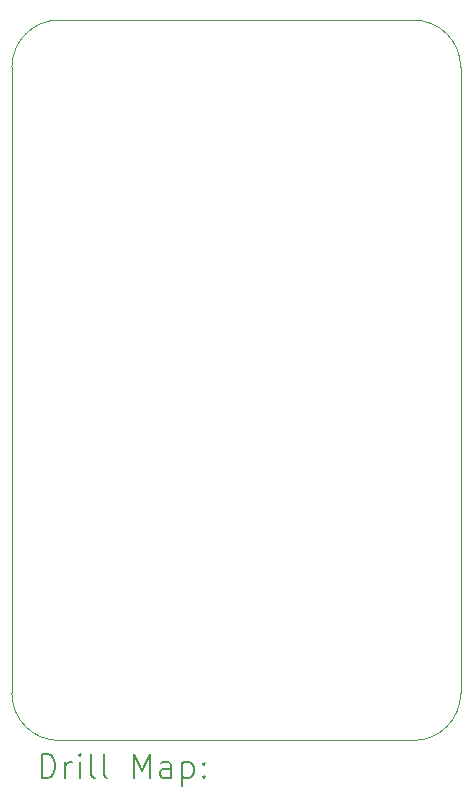
<source format=gbr>
%FSLAX45Y45*%
G04 Gerber Fmt 4.5, Leading zero omitted, Abs format (unit mm)*
G04 Created by KiCad (PCBNEW (6.0.5)) date 2025-06-10 19:54:22*
%MOMM*%
%LPD*%
G01*
G04 APERTURE LIST*
%TA.AperFunction,Profile*%
%ADD10C,0.100000*%
%TD*%
%ADD11C,0.200000*%
G04 APERTURE END LIST*
D10*
X13600000Y-6900000D02*
G75*
G03*
X13200000Y-7300000I0J-400000D01*
G01*
X16600000Y-13000000D02*
G75*
G03*
X17000000Y-12600000I0J400000D01*
G01*
X17000000Y-7300000D02*
X17000000Y-12600000D01*
X13200000Y-12600000D02*
X13200000Y-7300000D01*
X16600000Y-13000000D02*
X13600000Y-13000000D01*
X17000000Y-7300000D02*
G75*
G03*
X16600000Y-6900000I-400000J0D01*
G01*
X13600000Y-6900000D02*
X16600000Y-6900000D01*
X13200000Y-12600000D02*
G75*
G03*
X13600000Y-13000000I400000J0D01*
G01*
D11*
X13452619Y-13315476D02*
X13452619Y-13115476D01*
X13500238Y-13115476D01*
X13528809Y-13125000D01*
X13547857Y-13144048D01*
X13557381Y-13163095D01*
X13566905Y-13201190D01*
X13566905Y-13229762D01*
X13557381Y-13267857D01*
X13547857Y-13286905D01*
X13528809Y-13305952D01*
X13500238Y-13315476D01*
X13452619Y-13315476D01*
X13652619Y-13315476D02*
X13652619Y-13182143D01*
X13652619Y-13220238D02*
X13662143Y-13201190D01*
X13671667Y-13191667D01*
X13690714Y-13182143D01*
X13709762Y-13182143D01*
X13776428Y-13315476D02*
X13776428Y-13182143D01*
X13776428Y-13115476D02*
X13766905Y-13125000D01*
X13776428Y-13134524D01*
X13785952Y-13125000D01*
X13776428Y-13115476D01*
X13776428Y-13134524D01*
X13900238Y-13315476D02*
X13881190Y-13305952D01*
X13871667Y-13286905D01*
X13871667Y-13115476D01*
X14005000Y-13315476D02*
X13985952Y-13305952D01*
X13976428Y-13286905D01*
X13976428Y-13115476D01*
X14233571Y-13315476D02*
X14233571Y-13115476D01*
X14300238Y-13258333D01*
X14366905Y-13115476D01*
X14366905Y-13315476D01*
X14547857Y-13315476D02*
X14547857Y-13210714D01*
X14538333Y-13191667D01*
X14519286Y-13182143D01*
X14481190Y-13182143D01*
X14462143Y-13191667D01*
X14547857Y-13305952D02*
X14528809Y-13315476D01*
X14481190Y-13315476D01*
X14462143Y-13305952D01*
X14452619Y-13286905D01*
X14452619Y-13267857D01*
X14462143Y-13248809D01*
X14481190Y-13239286D01*
X14528809Y-13239286D01*
X14547857Y-13229762D01*
X14643095Y-13182143D02*
X14643095Y-13382143D01*
X14643095Y-13191667D02*
X14662143Y-13182143D01*
X14700238Y-13182143D01*
X14719286Y-13191667D01*
X14728809Y-13201190D01*
X14738333Y-13220238D01*
X14738333Y-13277381D01*
X14728809Y-13296428D01*
X14719286Y-13305952D01*
X14700238Y-13315476D01*
X14662143Y-13315476D01*
X14643095Y-13305952D01*
X14824048Y-13296428D02*
X14833571Y-13305952D01*
X14824048Y-13315476D01*
X14814524Y-13305952D01*
X14824048Y-13296428D01*
X14824048Y-13315476D01*
X14824048Y-13191667D02*
X14833571Y-13201190D01*
X14824048Y-13210714D01*
X14814524Y-13201190D01*
X14824048Y-13191667D01*
X14824048Y-13210714D01*
M02*

</source>
